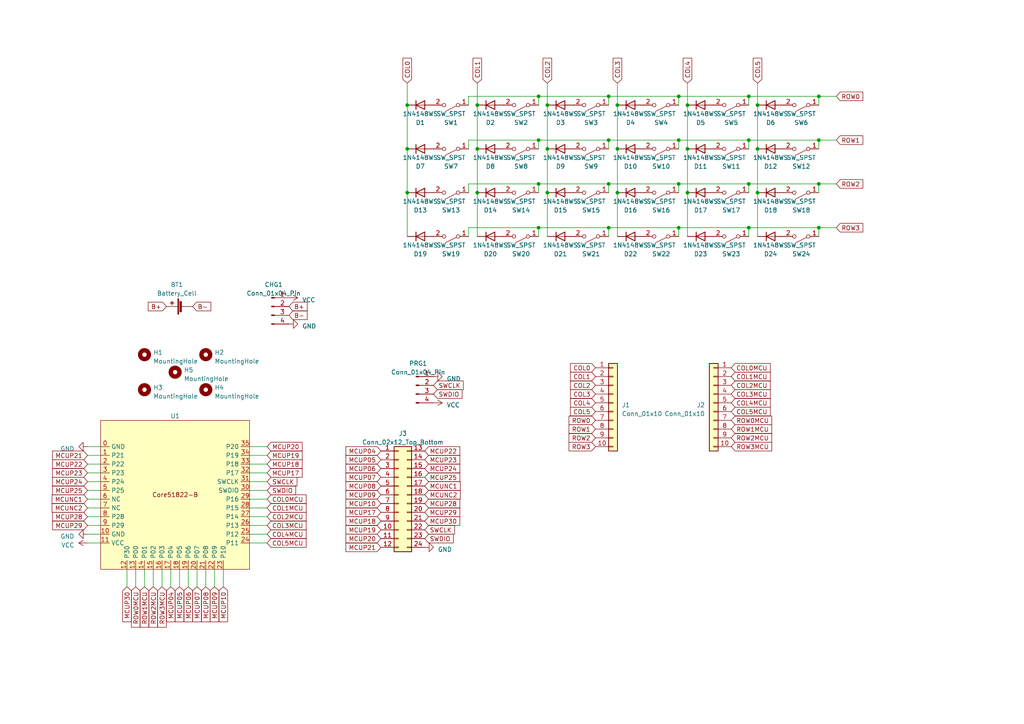
<source format=kicad_sch>
(kicad_sch (version 20230121) (generator eeschema)
  (paper "A4")
  (lib_symbols
    (symbol "Connector:Conn_01x04_Pin" (pin_names (offset 1.016) hide)
      (property "Reference" "J" (at 0 5.08 0))
      (property "Value" "Conn_01x04_Pin" (at 0 -7.62 0))
      (symbol "Conn_01x04_Pin_1_1"
        (polyline (pts (xy 1.27 -5.08) (xy 0.8636 -5.08)) (stroke (width 0.1524)))
        (polyline (pts (xy 1.27 -2.54) (xy 0.8636 -2.54)) (stroke (width 0.1524)))
        (polyline (pts (xy 1.27 0) (xy 0.8636 0)) (stroke (width 0.1524)))
        (polyline (pts (xy 1.27 2.54) (xy 0.8636 2.54)) (stroke (width 0.1524)))
        (rectangle (start 0.8636 -4.953) (end 0 -5.207) (stroke (width 0.1524)) (fill (type outline)))
        (rectangle (start 0.8636 -2.413) (end 0 -2.667) (stroke (width 0.1524)) (fill (type outline)))
        (rectangle (start 0.8636 0.127) (end 0 -0.127) (stroke (width 0.1524)) (fill (type outline)))
        (rectangle (start 0.8636 2.667) (end 0 2.413) (stroke (width 0.1524)) (fill (type outline)))
        (pin passive line (at 5.08 2.54 180) (length 3.81) (name "Pin_1") (number "1"))
        (pin passive line (at 5.08 0 180) (length 3.81) (name "Pin_2") (number "2"))
        (pin passive line (at 5.08 -2.54 180) (length 3.81) (name "Pin_3") (number "3"))
        (pin passive line (at 5.08 -5.08 180) (length 3.81) (name "Pin_4") (number "4"))
      )
    )
    (symbol "Connector_Generic:Conn_01x10" (pin_names (offset 1.016) hide)
      (property "Reference" "J" (at 0 12.7 0))
      (property "Value" "Conn_01x10" (at 0 -15.24 0))
      (symbol "Conn_01x10_1_1"
        (rectangle (start -1.27 -12.573) (end 0 -12.827) (stroke (width 0.1524)))
        (rectangle (start -1.27 -10.033) (end 0 -10.287) (stroke (width 0.1524)))
        (rectangle (start -1.27 -7.493) (end 0 -7.747) (stroke (width 0.1524)))
        (rectangle (start -1.27 -4.953) (end 0 -5.207) (stroke (width 0.1524)))
        (rectangle (start -1.27 -2.413) (end 0 -2.667) (stroke (width 0.1524)))
        (rectangle (start -1.27 0.127) (end 0 -0.127) (stroke (width 0.1524)))
        (rectangle (start -1.27 2.667) (end 0 2.413) (stroke (width 0.1524)))
        (rectangle (start -1.27 5.207) (end 0 4.953) (stroke (width 0.1524)))
        (rectangle (start -1.27 7.747) (end 0 7.493) (stroke (width 0.1524)))
        (rectangle (start -1.27 10.287) (end 0 10.033) (stroke (width 0.1524)))
        (rectangle (start -1.27 11.43) (end 1.27 -13.97) (stroke (width 0.254)) (fill (type background)))
        (pin passive line (at -5.08 10.16 0) (length 3.81) (name "Pin_1") (number "1"))
        (pin passive line (at -5.08 -12.7 0) (length 3.81) (name "Pin_10") (number "10"))
        (pin passive line (at -5.08 7.62 0) (length 3.81) (name "Pin_2") (number "2"))
        (pin passive line (at -5.08 5.08 0) (length 3.81) (name "Pin_3") (number "3"))
        (pin passive line (at -5.08 2.54 0) (length 3.81) (name "Pin_4") (number "4"))
        (pin passive line (at -5.08 0 0) (length 3.81) (name "Pin_5") (number "5"))
        (pin passive line (at -5.08 -2.54 0) (length 3.81) (name "Pin_6") (number "6"))
        (pin passive line (at -5.08 -5.08 0) (length 3.81) (name "Pin_7") (number "7"))
        (pin passive line (at -5.08 -7.62 0) (length 3.81) (name "Pin_8") (number "8"))
        (pin passive line (at -5.08 -10.16 0) (length 3.81) (name "Pin_9") (number "9"))
      )
    )
    (symbol "Connector_Generic:Conn_02x12_Top_Bottom" (pin_names (offset 1.016) hide)
      (property "Reference" "J" (at 1.27 15.24 0))
      (property "Value" "Conn_02x12_Top_Bottom" (at 1.27 -17.78 0))
      (symbol "Conn_02x12_Top_Bottom_1_1"
        (rectangle (start -1.27 -15.113) (end 0 -15.367) (stroke (width 0.1524)))
        (rectangle (start -1.27 -12.573) (end 0 -12.827) (stroke (width 0.1524)))
        (rectangle (start -1.27 -10.033) (end 0 -10.287) (stroke (width 0.1524)))
        (rectangle (start -1.27 -7.493) (end 0 -7.747) (stroke (width 0.1524)))
        (rectangle (start -1.27 -4.953) (end 0 -5.207) (stroke (width 0.1524)))
        (rectangle (start -1.27 -2.413) (end 0 -2.667) (stroke (width 0.1524)))
        (rectangle (start -1.27 0.127) (end 0 -0.127) (stroke (width 0.1524)))
        (rectangle (start -1.27 2.667) (end 0 2.413) (stroke (width 0.1524)))
        (rectangle (start -1.27 5.207) (end 0 4.953) (stroke (width 0.1524)))
        (rectangle (start -1.27 7.747) (end 0 7.493) (stroke (width 0.1524)))
        (rectangle (start -1.27 10.287) (end 0 10.033) (stroke (width 0.1524)))
        (rectangle (start -1.27 12.827) (end 0 12.573) (stroke (width 0.1524)))
        (rectangle (start -1.27 13.97) (end 3.81 -16.51) (stroke (width 0.254)) (fill (type background)))
        (rectangle (start 3.81 -15.113) (end 2.54 -15.367) (stroke (width 0.1524)))
        (rectangle (start 3.81 -12.573) (end 2.54 -12.827) (stroke (width 0.1524)))
        (rectangle (start 3.81 -10.033) (end 2.54 -10.287) (stroke (width 0.1524)))
        (rectangle (start 3.81 -7.493) (end 2.54 -7.747) (stroke (width 0.1524)))
        (rectangle (start 3.81 -4.953) (end 2.54 -5.207) (stroke (width 0.1524)))
        (rectangle (start 3.81 -2.413) (end 2.54 -2.667) (stroke (width 0.1524)))
        (rectangle (start 3.81 0.127) (end 2.54 -0.127) (stroke (width 0.1524)))
        (rectangle (start 3.81 2.667) (end 2.54 2.413) (stroke (width 0.1524)))
        (rectangle (start 3.81 5.207) (end 2.54 4.953) (stroke (width 0.1524)))
        (rectangle (start 3.81 7.747) (end 2.54 7.493) (stroke (width 0.1524)))
        (rectangle (start 3.81 10.287) (end 2.54 10.033) (stroke (width 0.1524)))
        (rectangle (start 3.81 12.827) (end 2.54 12.573) (stroke (width 0.1524)))
        (pin passive line (at -5.08 12.7 0) (length 3.81) (name "Pin_1") (number "1"))
        (pin passive line (at -5.08 -10.16 0) (length 3.81) (name "Pin_10") (number "10"))
        (pin passive line (at -5.08 -12.7 0) (length 3.81) (name "Pin_11") (number "11"))
        (pin passive line (at -5.08 -15.24 0) (length 3.81) (name "Pin_12") (number "12"))
        (pin passive line (at 7.62 12.7 180) (length 3.81) (name "Pin_13") (number "13"))
        (pin passive line (at 7.62 10.16 180) (length 3.81) (name "Pin_14") (number "14"))
        (pin passive line (at 7.62 7.62 180) (length 3.81) (name "Pin_15") (number "15"))
        (pin passive line (at 7.62 5.08 180) (length 3.81) (name "Pin_16") (number "16"))
        (pin passive line (at 7.62 2.54 180) (length 3.81) (name "Pin_17") (number "17"))
        (pin passive line (at 7.62 0 180) (length 3.81) (name "Pin_18") (number "18"))
        (pin passive line (at 7.62 -2.54 180) (length 3.81) (name "Pin_19") (number "19"))
        (pin passive line (at -5.08 10.16 0) (length 3.81) (name "Pin_2") (number "2"))
        (pin passive line (at 7.62 -5.08 180) (length 3.81) (name "Pin_20") (number "20"))
        (pin passive line (at 7.62 -7.62 180) (length 3.81) (name "Pin_21") (number "21"))
        (pin passive line (at 7.62 -10.16 180) (length 3.81) (name "Pin_22") (number "22"))
        (pin passive line (at 7.62 -12.7 180) (length 3.81) (name "Pin_23") (number "23"))
        (pin passive line (at 7.62 -15.24 180) (length 3.81) (name "Pin_24") (number "24"))
        (pin passive line (at -5.08 7.62 0) (length 3.81) (name "Pin_3") (number "3"))
        (pin passive line (at -5.08 5.08 0) (length 3.81) (name "Pin_4") (number "4"))
        (pin passive line (at -5.08 2.54 0) (length 3.81) (name "Pin_5") (number "5"))
        (pin passive line (at -5.08 0 0) (length 3.81) (name "Pin_6") (number "6"))
        (pin passive line (at -5.08 -2.54 0) (length 3.81) (name "Pin_7") (number "7"))
        (pin passive line (at -5.08 -5.08 0) (length 3.81) (name "Pin_8") (number "8"))
        (pin passive line (at -5.08 -7.62 0) (length 3.81) (name "Pin_9") (number "9"))
      )
    )
    (symbol "Device:Battery_Cell" (pin_numbers hide) (pin_names (offset 0) hide)
      (property "Reference" "BT" (at 2.54 2.54 0))
      (property "Value" "Battery_Cell" (at 2.54 0 0))
      (symbol "Battery_Cell_0_1"
        (rectangle (start -2.286 1.778) (end 2.286 1.524) (fill (type outline)))
        (rectangle (start -1.5748 1.1938) (end 1.4732 0.6858) (fill (type outline)))
        (polyline (pts (xy 0 0.762) (xy 0 0)))
        (polyline (pts (xy 0 1.778) (xy 0 2.54)))
        (polyline (pts (xy 0.508 3.429) (xy 1.524 3.429)) (stroke (width 0.254)))
        (polyline (pts (xy 1.016 3.937) (xy 1.016 2.921)) (stroke (width 0.254)))
      )
      (symbol "Battery_Cell_1_1"
        (pin passive line (at 0 5.08 270) (length 2.54) (name "+") (number "1"))
        (pin passive line (at 0 -2.54 90) (length 2.54) (name "-") (number "2"))
      )
    )
    (symbol "Diode:1N4148WS" (pin_numbers hide) (pin_names hide)
      (property "Reference" "D" (at 0 2.54 0))
      (property "Value" "1N4148WS" (at 0 -2.54 0))
      (symbol "1N4148WS_0_1"
        (polyline (pts (xy -1.27 1.27) (xy -1.27 -1.27)) (stroke (width 0.254)))
        (polyline (pts (xy 1.27 0) (xy -1.27 0)))
        (polyline (pts (xy 1.27 1.27) (xy 1.27 -1.27) (xy -1.27 0) (xy 1.27 1.27)) (stroke (width 0.254)))
      )
      (symbol "1N4148WS_1_1"
        (pin passive line (at -3.81 0 0) (length 2.54) (name "K") (number "1"))
        (pin passive line (at 3.81 0 180) (length 2.54) (name "A") (number "2"))
      )
    )
    (symbol "Mechanical:MountingHole" (pin_names (offset 1.016))
      (property "Reference" "H" (at 0 5.08 0))
      (property "Value" "MountingHole" (at 0 3.175 0))
      (symbol "MountingHole_0_1"
        (circle (center 0 0) (radius 1.27) (stroke (width 1.27)))
      )
    )
    (symbol "Switch:SW_SPST" (pin_names (offset 0) hide)
      (property "Reference" "SW" (at 0 3.175 0))
      (property "Value" "SW_SPST" (at 0 -2.54 0))
      (symbol "SW_SPST_0_0"
        (circle (center -2.032 0) (radius 0.508))
        (polyline (pts (xy -1.524 0.254) (xy 1.524 1.778)))
        (circle (center 2.032 0) (radius 0.508))
      )
      (symbol "SW_SPST_1_1"
        (pin passive line (at -5.08 0 0) (length 2.54) (name "A") (number "1"))
        (pin passive line (at 5.08 0 180) (length 2.54) (name "B") (number "2"))
      )
    )
    (symbol "devboards:core51822-b"
      (property "Reference" "U" (at 0 0 0))
      (symbol "core51822-b_1_1"
        (rectangle (start -8.89 90.17) (end 34.29 46.99) (fill (type background)))
        (text "Core51822-B" (at 12.7 68.58 0) (effects (font (size 1.27 1.27))))
        (pin bidirectional line (at -8.89 82.55 0) (length 2.54) (name "GND") (number "0"))
        (pin bidirectional line (at -8.89 80.01 0) (length 2.54) (name "P21") (number "1"))
        (pin bidirectional line (at -8.89 57.15 0) (length 2.54) (name "GND") (number "10"))
        (pin bidirectional line (at -8.89 54.61 0) (length 2.54) (name "VCC") (number "11"))
        (pin bidirectional line (at -1.27 46.99 90) (length 2.54) (name "P30") (number "12"))
        (pin bidirectional line (at 1.27 46.99 90) (length 2.54) (name "P00") (number "13"))
        (pin bidirectional line (at 3.81 46.99 90) (length 2.54) (name "P01") (number "14"))
        (pin bidirectional line (at 6.35 46.99 90) (length 2.54) (name "P02") (number "15"))
        (pin bidirectional line (at 8.89 46.99 90) (length 2.54) (name "P03") (number "16"))
        (pin bidirectional line (at 11.43 46.99 90) (length 2.54) (name "P04") (number "17"))
        (pin bidirectional line (at 13.97 46.99 90) (length 2.54) (name "P05") (number "18"))
        (pin bidirectional line (at 16.51 46.99 90) (length 2.54) (name "P06") (number "19"))
        (pin bidirectional line (at -8.89 77.47 0) (length 2.54) (name "P22") (number "2"))
        (pin bidirectional line (at 19.05 46.99 90) (length 2.54) (name "P07") (number "20"))
        (pin bidirectional line (at 21.59 46.99 90) (length 2.54) (name "P08") (number "21"))
        (pin bidirectional line (at 24.13 46.99 90) (length 2.54) (name "P09") (number "22"))
        (pin bidirectional line (at 26.67 46.99 90) (length 2.54) (name "P10") (number "23"))
        (pin bidirectional line (at 34.29 54.61 180) (length 2.54) (name "P11") (number "24"))
        (pin bidirectional line (at 34.29 57.15 180) (length 2.54) (name "P12") (number "25"))
        (pin bidirectional line (at 34.29 59.69 180) (length 2.54) (name "P13") (number "26"))
        (pin bidirectional line (at 34.29 62.23 180) (length 2.54) (name "P14") (number "27"))
        (pin bidirectional line (at 34.29 64.77 180) (length 2.54) (name "P15") (number "28"))
        (pin bidirectional line (at 34.29 67.31 180) (length 2.54) (name "P16") (number "29"))
        (pin bidirectional line (at -8.89 74.93 0) (length 2.54) (name "P23") (number "3"))
        (pin bidirectional line (at 34.29 69.85 180) (length 2.54) (name "SWDIO") (number "30"))
        (pin bidirectional line (at 34.29 72.39 180) (length 2.54) (name "SWCLK") (number "31"))
        (pin bidirectional line (at 34.29 74.93 180) (length 2.54) (name "P17") (number "32"))
        (pin bidirectional line (at 34.29 77.47 180) (length 2.54) (name "P18") (number "33"))
        (pin bidirectional line (at 34.29 80.01 180) (length 2.54) (name "P19") (number "34"))
        (pin bidirectional line (at 34.29 82.55 180) (length 2.54) (name "P20") (number "35"))
        (pin bidirectional line (at -8.89 72.39 0) (length 2.54) (name "P24") (number "4"))
        (pin bidirectional line (at -8.89 69.85 0) (length 2.54) (name "P25") (number "5"))
        (pin bidirectional line (at -8.89 67.31 0) (length 2.54) (name "NC") (number "6"))
        (pin bidirectional line (at -8.89 64.77 0) (length 2.54) (name "NC") (number "7"))
        (pin bidirectional line (at -8.89 62.23 0) (length 2.54) (name "P28") (number "8"))
        (pin bidirectional line (at -8.89 59.69 0) (length 2.54) (name "P29") (number "9"))
      )
    )
    (symbol "power:GND" (power) (pin_names (offset 0))
      (property "Value" "GND" (at 0 -3.81 0))
      (symbol "GND_0_1"
        (polyline (pts (xy 0 0) (xy 0 -1.27) (xy 1.27 -1.27) (xy 0 -2.54) (xy -1.27 -1.27) (xy 0 -1.27)))
      )
      (symbol "GND_1_1"
        (pin power_in line (at 0 0 270) (length 0) hide (name "GND") (number "1"))
      )
    )
    (symbol "power:VCC" (power) (pin_names (offset 0))
      (property "Value" "VCC" (at 0 3.81 0))
      (symbol "VCC_0_1"
        (polyline (pts (xy -0.762 1.27) (xy 0 2.54)))
        (polyline (pts (xy 0 0) (xy 0 2.54)))
        (polyline (pts (xy 0 2.54) (xy 0.762 1.27)))
      )
      (symbol "VCC_1_1"
        (pin power_in line (at 0 0 90) (length 0) hide (name "VCC") (number "1"))
      )
    )
  )
  (junction (at 196.85 53.34))
  (junction (at 179.07 55.88))
  (junction (at 217.17 53.34))
  (junction (at 176.53 66.04))
  (junction (at 199.39 30.48))
  (junction (at 196.85 27.94))
  (junction (at 156.21 66.04))
  (junction (at 196.85 40.64))
  (junction (at 156.21 40.64))
  (junction (at 217.17 27.94))
  (junction (at 199.39 43.18))
  (junction (at 176.53 53.34))
  (junction (at 118.11 30.48))
  (junction (at 179.07 43.18))
  (junction (at 219.71 30.48))
  (junction (at 118.11 43.18))
  (junction (at 118.11 55.88))
  (junction (at 138.43 30.48))
  (junction (at 138.43 43.18))
  (junction (at 158.75 55.88))
  (junction (at 179.07 30.48))
  (junction (at 217.17 66.04))
  (junction (at 219.71 55.88))
  (junction (at 237.49 53.34))
  (junction (at 237.49 27.94))
  (junction (at 138.43 55.88))
  (junction (at 237.49 66.04))
  (junction (at 158.75 43.18))
  (junction (at 217.17 40.64))
  (junction (at 199.39 55.88))
  (junction (at 219.71 43.18))
  (junction (at 158.75 30.48))
  (junction (at 156.21 27.94))
  (junction (at 176.53 40.64))
  (junction (at 176.53 27.94))
  (junction (at 237.49 40.64))
  (junction (at 156.21 53.34))
  (junction (at 196.85 66.04))
  (wire (pts (xy 72.39 152.4) (xy 77.47 152.4)))
  (wire (pts (xy 237.49 40.64) (xy 217.17 40.64)))
  (wire (pts (xy 39.37 170.18) (xy 39.37 165.1)))
  (wire (pts (xy 156.21 27.94) (xy 135.89 27.94)))
  (wire (pts (xy 217.17 53.34) (xy 217.17 55.88)))
  (wire (pts (xy 57.15 170.18) (xy 57.15 165.1)))
  (wire (pts (xy 199.39 24.13) (xy 199.39 30.48)))
  (wire (pts (xy 135.89 40.64) (xy 135.89 43.18)))
  (wire (pts (xy 158.75 68.58) (xy 158.75 55.88)))
  (wire (pts (xy 77.47 132.08) (xy 72.39 132.08)))
  (wire (pts (xy 25.4 139.7) (xy 29.21 139.7)))
  (wire (pts (xy 62.23 170.18) (xy 62.23 165.1)))
  (wire (pts (xy 176.53 66.04) (xy 176.53 68.58)))
  (wire (pts (xy 196.85 27.94) (xy 176.53 27.94)))
  (wire (pts (xy 237.49 53.34) (xy 217.17 53.34)))
  (wire (pts (xy 118.11 68.58) (xy 118.11 55.88)))
  (wire (pts (xy 52.07 170.18) (xy 52.07 165.1)))
  (wire (pts (xy 64.77 170.18) (xy 64.77 165.1)))
  (wire (pts (xy 196.85 40.64) (xy 176.53 40.64)))
  (wire (pts (xy 77.47 139.7) (xy 72.39 139.7)))
  (wire (pts (xy 196.85 40.64) (xy 196.85 43.18)))
  (wire (pts (xy 36.83 170.18) (xy 36.83 165.1)))
  (wire (pts (xy 25.4 142.24) (xy 29.21 142.24)))
  (wire (pts (xy 44.45 170.18) (xy 44.45 165.1)))
  (wire (pts (xy 156.21 53.34) (xy 135.89 53.34)))
  (wire (pts (xy 237.49 66.04) (xy 237.49 68.58)))
  (wire (pts (xy 242.57 40.64) (xy 237.49 40.64)))
  (wire (pts (xy 242.57 53.34) (xy 237.49 53.34)))
  (wire (pts (xy 72.39 157.48) (xy 77.47 157.48)))
  (wire (pts (xy 135.89 53.34) (xy 135.89 55.88)))
  (wire (pts (xy 176.53 53.34) (xy 176.53 55.88)))
  (wire (pts (xy 219.71 68.58) (xy 219.71 55.88)))
  (wire (pts (xy 196.85 53.34) (xy 196.85 55.88)))
  (wire (pts (xy 217.17 53.34) (xy 196.85 53.34)))
  (wire (pts (xy 156.21 66.04) (xy 156.21 68.58)))
  (wire (pts (xy 118.11 55.88) (xy 118.11 43.18)))
  (wire (pts (xy 237.49 53.34) (xy 237.49 55.88)))
  (wire (pts (xy 138.43 24.13) (xy 138.43 30.48)))
  (wire (pts (xy 217.17 40.64) (xy 196.85 40.64)))
  (wire (pts (xy 138.43 68.58) (xy 138.43 55.88)))
  (wire (pts (xy 217.17 27.94) (xy 196.85 27.94)))
  (wire (pts (xy 237.49 66.04) (xy 217.17 66.04)))
  (wire (pts (xy 217.17 27.94) (xy 217.17 30.48)))
  (wire (pts (xy 176.53 66.04) (xy 156.21 66.04)))
  (wire (pts (xy 237.49 40.64) (xy 237.49 43.18)))
  (wire (pts (xy 49.53 170.18) (xy 49.53 165.1)))
  (wire (pts (xy 72.39 144.78) (xy 77.47 144.78)))
  (wire (pts (xy 54.61 170.18) (xy 54.61 165.1)))
  (wire (pts (xy 196.85 27.94) (xy 196.85 30.48)))
  (wire (pts (xy 72.39 147.32) (xy 77.47 147.32)))
  (wire (pts (xy 25.4 144.78) (xy 29.21 144.78)))
  (wire (pts (xy 118.11 24.13) (xy 118.11 30.48)))
  (wire (pts (xy 176.53 40.64) (xy 176.53 43.18)))
  (wire (pts (xy 25.4 129.54) (xy 29.21 129.54)))
  (wire (pts (xy 156.21 53.34) (xy 156.21 55.88)))
  (wire (pts (xy 176.53 40.64) (xy 156.21 40.64)))
  (wire (pts (xy 158.75 43.18) (xy 158.75 30.48)))
  (wire (pts (xy 196.85 66.04) (xy 196.85 68.58)))
  (wire (pts (xy 138.43 55.88) (xy 138.43 43.18)))
  (wire (pts (xy 176.53 27.94) (xy 176.53 30.48)))
  (wire (pts (xy 217.17 66.04) (xy 217.17 68.58)))
  (wire (pts (xy 118.11 43.18) (xy 118.11 30.48)))
  (wire (pts (xy 25.4 132.08) (xy 29.21 132.08)))
  (wire (pts (xy 25.4 152.4) (xy 29.21 152.4)))
  (wire (pts (xy 217.17 66.04) (xy 196.85 66.04)))
  (wire (pts (xy 156.21 40.64) (xy 135.89 40.64)))
  (wire (pts (xy 219.71 43.18) (xy 219.71 30.48)))
  (wire (pts (xy 41.91 170.18) (xy 41.91 165.1)))
  (wire (pts (xy 158.75 55.88) (xy 158.75 43.18)))
  (wire (pts (xy 77.47 129.54) (xy 72.39 129.54)))
  (wire (pts (xy 196.85 66.04) (xy 176.53 66.04)))
  (wire (pts (xy 25.4 154.94) (xy 29.21 154.94)))
  (wire (pts (xy 179.07 68.58) (xy 179.07 55.88)))
  (wire (pts (xy 72.39 154.94) (xy 77.47 154.94)))
  (wire (pts (xy 46.99 170.18) (xy 46.99 165.1)))
  (wire (pts (xy 156.21 66.04) (xy 135.89 66.04)))
  (wire (pts (xy 77.47 134.62) (xy 72.39 134.62)))
  (wire (pts (xy 199.39 68.58) (xy 199.39 55.88)))
  (wire (pts (xy 25.4 157.48) (xy 29.21 157.48)))
  (wire (pts (xy 25.4 149.86) (xy 29.21 149.86)))
  (wire (pts (xy 219.71 24.13) (xy 219.71 30.48)))
  (wire (pts (xy 179.07 55.88) (xy 179.07 43.18)))
  (wire (pts (xy 138.43 43.18) (xy 138.43 30.48)))
  (wire (pts (xy 25.4 147.32) (xy 29.21 147.32)))
  (wire (pts (xy 242.57 66.04) (xy 237.49 66.04)))
  (wire (pts (xy 179.07 24.13) (xy 179.07 30.48)))
  (wire (pts (xy 242.57 27.94) (xy 237.49 27.94)))
  (wire (pts (xy 176.53 27.94) (xy 156.21 27.94)))
  (wire (pts (xy 176.53 53.34) (xy 156.21 53.34)))
  (wire (pts (xy 72.39 142.24) (xy 77.47 142.24)))
  (wire (pts (xy 199.39 43.18) (xy 199.39 30.48)))
  (wire (pts (xy 25.4 134.62) (xy 29.21 134.62)))
  (wire (pts (xy 59.69 170.18) (xy 59.69 165.1)))
  (wire (pts (xy 77.47 137.16) (xy 72.39 137.16)))
  (wire (pts (xy 179.07 43.18) (xy 179.07 30.48)))
  (wire (pts (xy 217.17 40.64) (xy 217.17 43.18)))
  (wire (pts (xy 237.49 27.94) (xy 237.49 30.48)))
  (wire (pts (xy 156.21 27.94) (xy 156.21 30.48)))
  (wire (pts (xy 158.75 24.13) (xy 158.75 30.48)))
  (wire (pts (xy 237.49 27.94) (xy 217.17 27.94)))
  (wire (pts (xy 72.39 149.86) (xy 77.47 149.86)))
  (wire (pts (xy 135.89 66.04) (xy 135.89 68.58)))
  (wire (pts (xy 219.71 55.88) (xy 219.71 43.18)))
  (wire (pts (xy 196.85 53.34) (xy 176.53 53.34)))
  (wire (pts (xy 135.89 27.94) (xy 135.89 30.48)))
  (wire (pts (xy 156.21 40.64) (xy 156.21 43.18)))
  (wire (pts (xy 199.39 55.88) (xy 199.39 43.18)))
  (wire (pts (xy 25.4 137.16) (xy 29.21 137.16)))
  (global_label "COL4MCU" (shape input) (at 212.09 116.84 0) (property "Intersheetrefs" "${INTERSHEET_REFS}" (effects hide)))
  (global_label "COL5" (shape input) (at 172.72 119.38 180) (property "Intersheetrefs" "${INTERSHEET_REFS}" (effects hide)))
  (global_label "MCUP10" (shape input) (at 64.77 170.18 270) (property "Intersheetrefs" "${INTERSHEET_REFS}" (effects hide)))
  (global_label "COL0" (shape input) (at 118.11 24.13 90) (property "Intersheetrefs" "${INTERSHEET_REFS}" (effects hide)))
  (global_label "COL4" (shape input) (at 172.72 116.84 180) (property "Intersheetrefs" "${INTERSHEET_REFS}" (effects hide)))
  (global_label "SWCLK" (shape input) (at 125.73 111.76 0) (property "Intersheetrefs" "${INTERSHEET_REFS}" (effects hide)))
  (global_label "ROW1MCU" (shape input) (at 41.91 170.18 270) (property "Intersheetrefs" "${INTERSHEET_REFS}" (effects hide)))
  (global_label "COL0MCU" (shape input) (at 77.47 144.78 0) (property "Intersheetrefs" "${INTERSHEET_REFS}" (effects hide)))
  (global_label "COL4MCU" (shape input) (at 77.47 154.94 0) (property "Intersheetrefs" "${INTERSHEET_REFS}" (effects hide)))
  (global_label "MCUP05" (shape input) (at 110.49 133.35 180) (property "Intersheetrefs" "${INTERSHEET_REFS}" (effects hide)))
  (global_label "ROW3MCU" (shape input) (at 46.99 170.18 270) (property "Intersheetrefs" "${INTERSHEET_REFS}" (effects hide)))
  (global_label "MCUP18" (shape input) (at 77.47 134.62 0) (property "Intersheetrefs" "${INTERSHEET_REFS}" (effects hide)))
  (global_label "MCUP06" (shape input) (at 110.49 135.89 180) (property "Intersheetrefs" "${INTERSHEET_REFS}" (effects hide)))
  (global_label "MCUP30" (shape input) (at 36.83 170.18 270) (property "Intersheetrefs" "${INTERSHEET_REFS}" (effects hide)))
  (global_label "SWDIO" (shape input) (at 123.19 156.21 0) (property "Intersheetrefs" "${INTERSHEET_REFS}" (effects hide)))
  (global_label "COL5" (shape input) (at 219.71 24.13 90) (property "Intersheetrefs" "${INTERSHEET_REFS}" (effects hide)))
  (global_label "MCUP23" (shape input) (at 123.19 133.35 0) (property "Intersheetrefs" "${INTERSHEET_REFS}" (effects hide)))
  (global_label "MCUP18" (shape input) (at 110.49 151.13 180) (property "Intersheetrefs" "${INTERSHEET_REFS}" (effects hide)))
  (global_label "MCUP25" (shape input) (at 123.19 138.43 0) (property "Intersheetrefs" "${INTERSHEET_REFS}" (effects hide)))
  (global_label "COL0MCU" (shape input) (at 212.09 106.68 0) (property "Intersheetrefs" "${INTERSHEET_REFS}" (effects hide)))
  (global_label "ROW2" (shape input) (at 242.57 53.34 0) (property "Intersheetrefs" "${INTERSHEET_REFS}" (effects hide)))
  (global_label "SWCLK" (shape input) (at 123.19 153.67 0) (property "Intersheetrefs" "${INTERSHEET_REFS}" (effects hide)))
  (global_label "COL2" (shape input) (at 172.72 111.76 180) (property "Intersheetrefs" "${INTERSHEET_REFS}" (effects hide)))
  (global_label "COL2" (shape input) (at 158.75 24.13 90) (property "Intersheetrefs" "${INTERSHEET_REFS}" (effects hide)))
  (global_label "MCUP17" (shape input) (at 110.49 148.59 180) (property "Intersheetrefs" "${INTERSHEET_REFS}" (effects hide)))
  (global_label "MCUP22" (shape input) (at 25.4 134.62 180) (property "Intersheetrefs" "${INTERSHEET_REFS}" (effects hide)))
  (global_label "MCUP28" (shape input) (at 123.19 146.05 0) (property "Intersheetrefs" "${INTERSHEET_REFS}" (effects hide)))
  (global_label "SWDIO" (shape input) (at 77.47 142.24 0) (property "Intersheetrefs" "${INTERSHEET_REFS}" (effects hide)))
  (global_label "ROW0MCU" (shape input) (at 212.09 121.92 0) (property "Intersheetrefs" "${INTERSHEET_REFS}" (effects hide)))
  (global_label "MCUP28" (shape input) (at 25.4 149.86 180) (property "Intersheetrefs" "${INTERSHEET_REFS}" (effects hide)))
  (global_label "COL3" (shape input) (at 172.72 114.3 180) (property "Intersheetrefs" "${INTERSHEET_REFS}" (effects hide)))
  (global_label "COL4" (shape input) (at 199.39 24.13 90) (property "Intersheetrefs" "${INTERSHEET_REFS}" (effects hide)))
  (global_label "MCUP06" (shape input) (at 54.61 170.18 270) (property "Intersheetrefs" "${INTERSHEET_REFS}" (effects hide)))
  (global_label "MCUP17" (shape input) (at 77.47 137.16 0) (property "Intersheetrefs" "${INTERSHEET_REFS}" (effects hide)))
  (global_label "MCUNC1" (shape input) (at 25.4 144.78 180) (property "Intersheetrefs" "${INTERSHEET_REFS}" (effects hide)))
  (global_label "MCUP20" (shape input) (at 110.49 156.21 180) (property "Intersheetrefs" "${INTERSHEET_REFS}" (effects hide)))
  (global_label "MCUP09" (shape input) (at 110.49 143.51 180) (property "Intersheetrefs" "${INTERSHEET_REFS}" (effects hide)))
  (global_label "MCUNC2" (shape input) (at 25.4 147.32 180) (property "Intersheetrefs" "${INTERSHEET_REFS}" (effects hide)))
  (global_label "MCUP04" (shape input) (at 110.49 130.81 180) (property "Intersheetrefs" "${INTERSHEET_REFS}" (effects hide)))
  (global_label "ROW3" (shape input) (at 172.72 129.54 180) (property "Intersheetrefs" "${INTERSHEET_REFS}" (effects hide)))
  (global_label "MCUP10" (shape input) (at 110.49 146.05 180) (property "Intersheetrefs" "${INTERSHEET_REFS}" (effects hide)))
  (global_label "MCUP29" (shape input) (at 123.19 148.59 0) (property "Intersheetrefs" "${INTERSHEET_REFS}" (effects hide)))
  (global_label "MCUP23" (shape input) (at 25.4 137.16 180) (property "Intersheetrefs" "${INTERSHEET_REFS}" (effects hide)))
  (global_label "B+" (shape input) (at 83.82 88.9 0) (property "Intersheetrefs" "${INTERSHEET_REFS}" (effects hide)))
  (global_label "MCUP21" (shape input) (at 25.4 132.08 180) (property "Intersheetrefs" "${INTERSHEET_REFS}" (effects hide)))
  (global_label "ROW0" (shape input) (at 242.57 27.94 0) (property "Intersheetrefs" "${INTERSHEET_REFS}" (effects hide)))
  (global_label "MCUNC1" (shape input) (at 123.19 140.97 0) (property "Intersheetrefs" "${INTERSHEET_REFS}" (effects hide)))
  (global_label "ROW1MCU" (shape input) (at 212.09 124.46 0) (property "Intersheetrefs" "${INTERSHEET_REFS}" (effects hide)))
  (global_label "MCUP19" (shape input) (at 77.47 132.08 0) (property "Intersheetrefs" "${INTERSHEET_REFS}" (effects hide)))
  (global_label "COL3MCU" (shape input) (at 212.09 114.3 0) (property "Intersheetrefs" "${INTERSHEET_REFS}" (effects hide)))
  (global_label "COL3" (shape input) (at 179.07 24.13 90) (property "Intersheetrefs" "${INTERSHEET_REFS}" (effects hide)))
  (global_label "SWDIO" (shape input) (at 125.73 114.3 0) (property "Intersheetrefs" "${INTERSHEET_REFS}" (effects hide)))
  (global_label "MCUP19" (shape input) (at 110.49 153.67 180) (property "Intersheetrefs" "${INTERSHEET_REFS}" (effects hide)))
  (global_label "COL1MCU" (shape input) (at 77.47 147.32 0) (property "Intersheetrefs" "${INTERSHEET_REFS}" (effects hide)))
  (global_label "MCUP07" (shape input) (at 57.15 170.18 270) (property "Intersheetrefs" "${INTERSHEET_REFS}" (effects hide)))
  (global_label "MCUP09" (shape input) (at 62.23 170.18 270) (property "Intersheetrefs" "${INTERSHEET_REFS}" (effects hide)))
  (global_label "ROW1" (shape input) (at 242.57 40.64 0) (property "Intersheetrefs" "${INTERSHEET_REFS}" (effects hide)))
  (global_label "MCUP29" (shape input) (at 25.4 152.4 180) (property "Intersheetrefs" "${INTERSHEET_REFS}" (effects hide)))
  (global_label "MCUP08" (shape input) (at 59.69 170.18 270) (property "Intersheetrefs" "${INTERSHEET_REFS}" (effects hide)))
  (global_label "MCUP20" (shape input) (at 77.47 129.54 0) (property "Intersheetrefs" "${INTERSHEET_REFS}" (effects hide)))
  (global_label "MCUP22" (shape input) (at 123.19 130.81 0) (property "Intersheetrefs" "${INTERSHEET_REFS}" (effects hide)))
  (global_label "ROW3MCU" (shape input) (at 212.09 129.54 0) (property "Intersheetrefs" "${INTERSHEET_REFS}" (effects hide)))
  (global_label "ROW0" (shape input) (at 172.72 121.92 180) (property "Intersheetrefs" "${INTERSHEET_REFS}" (effects hide)))
  (global_label "MCUP07" (shape input) (at 110.49 138.43 180) (property "Intersheetrefs" "${INTERSHEET_REFS}" (effects hide)))
  (global_label "COL2MCU" (shape input) (at 77.47 149.86 0) (property "Intersheetrefs" "${INTERSHEET_REFS}" (effects hide)))
  (global_label "ROW2" (shape input) (at 172.72 127 180) (property "Intersheetrefs" "${INTERSHEET_REFS}" (effects hide)))
  (global_label "COL5MCU" (shape input) (at 77.47 157.48 0) (property "Intersheetrefs" "${INTERSHEET_REFS}" (effects hide)))
  (global_label "MCUP21" (shape input) (at 110.49 158.75 180) (property "Intersheetrefs" "${INTERSHEET_REFS}" (effects hide)))
  (global_label "B-" (shape input) (at 55.88 88.9 0) (property "Intersheetrefs" "${INTERSHEET_REFS}" (effects hide)))
  (global_label "COL0" (shape input) (at 172.72 106.68 180) (property "Intersheetrefs" "${INTERSHEET_REFS}" (effects hide)))
  (global_label "COL1" (shape input) (at 138.43 24.13 90) (property "Intersheetrefs" "${INTERSHEET_REFS}" (effects hide)))
  (global_label "MCUP05" (shape input) (at 52.07 170.18 270) (property "Intersheetrefs" "${INTERSHEET_REFS}" (effects hide)))
  (global_label "MCUP24" (shape input) (at 123.19 135.89 0) (property "Intersheetrefs" "${INTERSHEET_REFS}" (effects hide)))
  (global_label "MCUP25" (shape input) (at 25.4 142.24 180) (property "Intersheetrefs" "${INTERSHEET_REFS}" (effects hide)))
  (global_label "B+" (shape input) (at 48.26 88.9 180) (property "Intersheetrefs" "${INTERSHEET_REFS}" (effects hide)))
  (global_label "ROW1" (shape input) (at 172.72 124.46 180) (property "Intersheetrefs" "${INTERSHEET_REFS}" (effects hide)))
  (global_label "COL5MCU" (shape input) (at 212.09 119.38 0) (property "Intersheetrefs" "${INTERSHEET_REFS}" (effects hide)))
  (global_label "ROW2MCU" (shape input) (at 212.09 127 0) (property "Intersheetrefs" "${INTERSHEET_REFS}" (effects hide)))
  (global_label "MCUP24" (shape input) (at 25.4 139.7 180) (property "Intersheetrefs" "${INTERSHEET_REFS}" (effects hide)))
  (global_label "MCUP04" (shape input) (at 49.53 170.18 270) (property "Intersheetrefs" "${INTERSHEET_REFS}" (effects hide)))
  (global_label "MCUP30" (shape input) (at 123.19 151.13 0) (property "Intersheetrefs" "${INTERSHEET_REFS}" (effects hide)))
  (global_label "MCUNC2" (shape input) (at 123.19 143.51 0) (property "Intersheetrefs" "${INTERSHEET_REFS}" (effects hide)))
  (global_label "SWCLK" (shape input) (at 77.47 139.7 0) (property "Intersheetrefs" "${INTERSHEET_REFS}" (effects hide)))
  (global_label "ROW3" (shape input) (at 242.57 66.04 0) (property "Intersheetrefs" "${INTERSHEET_REFS}" (effects hide)))
  (global_label "B-" (shape input) (at 83.82 91.44 0) (property "Intersheetrefs" "${INTERSHEET_REFS}" (effects hide)))
  (global_label "COL3MCU" (shape input) (at 77.47 152.4 0) (property "Intersheetrefs" "${INTERSHEET_REFS}" (effects hide)))
  (global_label "MCUP08" (shape input) (at 110.49 140.97 180) (property "Intersheetrefs" "${INTERSHEET_REFS}" (effects hide)))
  (global_label "ROW2MCU" (shape input) (at 44.45 170.18 270) (property "Intersheetrefs" "${INTERSHEET_REFS}" (effects hide)))
  (global_label "COL2MCU" (shape input) (at 212.09 111.76 0) (property "Intersheetrefs" "${INTERSHEET_REFS}" (effects hide)))
  (global_label "COL1" (shape input) (at 172.72 109.22 180) (property "Intersheetrefs" "${INTERSHEET_REFS}" (effects hide)))
  (global_label "ROW0MCU" (shape input) (at 39.37 170.18 270) (property "Intersheetrefs" "${INTERSHEET_REFS}" (effects hide)))
  (global_label "COL1MCU" (shape input) (at 212.09 109.22 0) (property "Intersheetrefs" "${INTERSHEET_REFS}" (effects hide)))
  (symbol (lib_id "Diode:1N4148WS") (at 223.52 68.58 0) (unit 1)
    (property "Reference" "D24" (at 223.52 73.66 0))
    (property "Value" "1N4148WS" (at 223.52 71.12 0))
    (property "Footprint" "Diode_SMD:D_SOD-323" (effects hide))
    (property "Datasheet" "https://www.vishay.com/docs/85751/1n4148ws.pdf" (effects hide))
    (property "Sim.Device" "D" (effects hide))
    (property "Sim.Pins" "1=K 2=A" (effects hide))
  )
  (symbol (lib_id "devboards:core51822-b") (at 38.1 212.09 0) (unit 1)
    (property "Reference" "U1" (at 50.8 120.65 0))
    (property "Value" "~" (at 38.1 212.09 0))
    (property "Footprint" "devboards:core51822-b" (effects hide))
  )
  (symbol (lib_id "power:GND") (at 25.4 154.94 270) (unit 1)
    (property "Reference" "#PWR02" (effects hide))
    (property "Value" "GND" (at 21.59 155.575 90) (effects (justify right)))
  )
  (symbol (lib_id "Switch:SW_SPST") (at 171.45 30.48 180) (unit 1)
    (property "Reference" "SW3" (at 171.45 35.56 0))
    (property "Value" "SW_SPST" (at 171.45 33.02 0))
    (property "Footprint" "keyswitches.pretty-master:Kailh_socket_MX" (effects hide))
  )
  (symbol (lib_id "Connector:Conn_01x04_Pin") (at 78.74 88.9 0) (unit 1)
    (property "Reference" "CHG1" (at 79.375 82.55 0))
    (property "Value" "Conn_01x04_Pin" (at 79.375 85.09 0))
    (property "Footprint" "Connector_PinHeader_2.54mm:PinHeader_1x04_P2.54mm_Vertical" (effects hide))
  )
  (symbol (lib_id "Switch:SW_SPST") (at 191.77 30.48 180) (unit 1)
    (property "Reference" "SW4" (at 191.77 35.56 0))
    (property "Value" "SW_SPST" (at 191.77 33.02 0))
    (property "Footprint" "keyswitches.pretty-master:Kailh_socket_MX" (effects hide))
  )
  (symbol (lib_id "Diode:1N4148WS") (at 142.24 68.58 0) (unit 1)
    (property "Reference" "D20" (at 142.24 73.66 0))
    (property "Value" "1N4148WS" (at 142.24 71.12 0))
    (property "Footprint" "Diode_SMD:D_SOD-323" (effects hide))
    (property "Datasheet" "https://www.vishay.com/docs/85751/1n4148ws.pdf" (effects hide))
    (property "Sim.Device" "D" (effects hide))
    (property "Sim.Pins" "1=K 2=A" (effects hide))
  )
  (symbol (lib_id "Switch:SW_SPST") (at 191.77 43.18 180) (unit 1)
    (property "Reference" "SW10" (at 191.77 48.26 0))
    (property "Value" "SW_SPST" (at 191.77 45.72 0))
    (property "Footprint" "keyswitches.pretty-master:Kailh_socket_MX" (effects hide))
  )
  (symbol (lib_id "Switch:SW_SPST") (at 171.45 43.18 180) (unit 1)
    (property "Reference" "SW9" (at 171.45 48.26 0))
    (property "Value" "SW_SPST" (at 171.45 45.72 0))
    (property "Footprint" "keyswitches.pretty-master:Kailh_socket_MX" (effects hide))
  )
  (symbol (lib_id "power:GND") (at 83.82 93.98 90) (unit 1)
    (property "Reference" "#PWR04" (effects hide))
    (property "Value" "GND" (at 87.63 94.615 90) (effects (justify right)))
  )
  (symbol (lib_id "power:VCC") (at 125.73 116.84 270) (unit 1)
    (property "Reference" "#PWR06" (effects hide))
    (property "Value" "VCC" (at 129.54 117.475 90) (effects (justify left)))
  )
  (symbol (lib_id "Device:Battery_Cell") (at 53.34 88.9 90) (unit 1)
    (property "Reference" "BT1" (at 51.308 82.55 90))
    (property "Value" "Battery_Cell" (at 51.308 85.09 90))
    (property "Footprint" "lcsc:MY-2032-31" (effects hide))
  )
  (symbol (lib_id "Connector_Generic:Conn_01x10") (at 207.01 116.84 0) (mirror y) (unit 1)
    (property "Reference" "J2" (at 204.47 117.475 0) (effects (justify left)))
    (property "Value" "Conn_01x10" (at 204.47 120.015 0) (effects (justify left)))
    (property "Footprint" "Connector_PinSocket_2.54mm:PinSocket_1x10_P2.54mm_Vertical" (effects hide))
  )
  (symbol (lib_id "Switch:SW_SPST") (at 171.45 55.88 180) (unit 1)
    (property "Reference" "SW15" (at 171.45 60.96 0))
    (property "Value" "SW_SPST" (at 171.45 58.42 0))
    (property "Footprint" "keyswitches.pretty-master:Kailh_socket_MX" (effects hide))
  )
  (symbol (lib_id "Mechanical:MountingHole") (at 59.69 102.87 0) (unit 1)
    (property "Reference" "H2" (at 62.23 102.235 0) (effects (justify left)))
    (property "Value" "MountingHole" (at 62.23 104.775 0) (effects (justify left)))
    (property "Footprint" "MountingHole:MountingHole_2mm" (effects hide))
  )
  (symbol (lib_id "Switch:SW_SPST") (at 130.81 68.58 180) (unit 1)
    (property "Reference" "SW19" (at 130.81 73.66 0))
    (property "Value" "SW_SPST" (at 130.81 71.12 0))
    (property "Footprint" "keyswitches.pretty-master:Kailh_socket_MX" (effects hide))
  )
  (symbol (lib_id "Switch:SW_SPST") (at 191.77 55.88 180) (unit 1)
    (property "Reference" "SW16" (at 191.77 60.96 0))
    (property "Value" "SW_SPST" (at 191.77 58.42 0))
    (property "Footprint" "keyswitches.pretty-master:Kailh_socket_MX" (effects hide))
  )
  (symbol (lib_id "Switch:SW_SPST") (at 151.13 68.58 180) (unit 1)
    (property "Reference" "SW20" (at 151.13 73.66 0))
    (property "Value" "SW_SPST" (at 151.13 71.12 0))
    (property "Footprint" "keyswitches.pretty-master:Kailh_socket_MX" (effects hide))
  )
  (symbol (lib_id "Diode:1N4148WS") (at 142.24 55.88 0) (unit 1)
    (property "Reference" "D14" (at 142.24 60.96 0))
    (property "Value" "1N4148WS" (at 142.24 58.42 0))
    (property "Footprint" "Diode_SMD:D_SOD-323" (effects hide))
    (property "Datasheet" "https://www.vishay.com/docs/85751/1n4148ws.pdf" (effects hide))
    (property "Sim.Device" "D" (effects hide))
    (property "Sim.Pins" "1=K 2=A" (effects hide))
  )
  (symbol (lib_id "Diode:1N4148WS") (at 142.24 30.48 0) (unit 1)
    (property "Reference" "D2" (at 142.24 35.56 0))
    (property "Value" "1N4148WS" (at 142.24 33.02 0))
    (property "Footprint" "Diode_SMD:D_SOD-323" (effects hide))
    (property "Datasheet" "https://www.vishay.com/docs/85751/1n4148ws.pdf" (effects hide))
    (property "Sim.Device" "D" (effects hide))
    (property "Sim.Pins" "1=K 2=A" (effects hide))
  )
  (symbol (lib_id "Switch:SW_SPST") (at 130.81 43.18 180) (unit 1)
    (property "Reference" "SW7" (at 130.81 48.26 0))
    (property "Value" "SW_SPST" (at 130.81 45.72 0))
    (property "Footprint" "keyswitches.pretty-master:Kailh_socket_MX" (effects hide))
  )
  (symbol (lib_id "Mechanical:MountingHole") (at 41.91 113.03 0) (unit 1)
    (property "Reference" "H3" (at 44.45 112.395 0) (effects (justify left)))
    (property "Value" "MountingHole" (at 44.45 114.935 0) (effects (justify left)))
    (property "Footprint" "MountingHole:MountingHole_2mm" (effects hide))
  )
  (symbol (lib_id "Switch:SW_SPST") (at 130.81 30.48 180) (unit 1)
    (property "Reference" "SW1" (at 130.81 35.56 0))
    (property "Value" "SW_SPST" (at 130.81 33.02 0))
    (property "Footprint" "keyswitches.pretty-master:Kailh_socket_MX" (effects hide))
  )
  (symbol (lib_id "Diode:1N4148WS") (at 203.2 55.88 0) (unit 1)
    (property "Reference" "D17" (at 203.2 60.96 0))
    (property "Value" "1N4148WS" (at 203.2 58.42 0))
    (property "Footprint" "Diode_SMD:D_SOD-323" (effects hide))
    (property "Datasheet" "https://www.vishay.com/docs/85751/1n4148ws.pdf" (effects hide))
    (property "Sim.Device" "D" (effects hide))
    (property "Sim.Pins" "1=K 2=A" (effects hide))
  )
  (symbol (lib_id "Switch:SW_SPST") (at 232.41 68.58 180) (unit 1)
    (property "Reference" "SW24" (at 232.41 73.66 0))
    (property "Value" "SW_SPST" (at 232.41 71.12 0))
    (property "Footprint" "keyswitches.pretty-master:Kailh_socket_MX" (effects hide))
  )
  (symbol (lib_id "Switch:SW_SPST") (at 212.09 30.48 180) (unit 1)
    (property "Reference" "SW5" (at 212.09 35.56 0))
    (property "Value" "SW_SPST" (at 212.09 33.02 0))
    (property "Footprint" "keyswitches.pretty-master:Kailh_socket_MX" (effects hide))
  )
  (symbol (lib_id "Switch:SW_SPST") (at 191.77 68.58 180) (unit 1)
    (property "Reference" "SW22" (at 191.77 73.66 0))
    (property "Value" "SW_SPST" (at 191.77 71.12 0))
    (property "Footprint" "keyswitches.pretty-master:Kailh_socket_MX" (effects hide))
  )
  (symbol (lib_id "Diode:1N4148WS") (at 121.92 55.88 0) (unit 1)
    (property "Reference" "D13" (at 121.92 60.96 0))
    (property "Value" "1N4148WS" (at 121.92 58.42 0))
    (property "Footprint" "Diode_SMD:D_SOD-323" (effects hide))
    (property "Datasheet" "https://www.vishay.com/docs/85751/1n4148ws.pdf" (effects hide))
    (property "Sim.Device" "D" (effects hide))
    (property "Sim.Pins" "1=K 2=A" (effects hide))
  )
  (symbol (lib_id "Switch:SW_SPST") (at 130.81 55.88 180) (unit 1)
    (property "Reference" "SW13" (at 130.81 60.96 0))
    (property "Value" "SW_SPST" (at 130.81 58.42 0))
    (property "Footprint" "keyswitches.pretty-master:Kailh_socket_MX" (effects hide))
  )
  (symbol (lib_id "power:VCC") (at 25.4 157.48 90) (unit 1)
    (property "Reference" "#PWR03" (effects hide))
    (property "Value" "VCC" (at 21.59 158.115 90) (effects (justify left)))
  )
  (symbol (lib_id "power:GND") (at 123.19 158.75 90) (unit 1)
    (property "Reference" "#PWR08" (effects hide))
    (property "Value" "GND" (at 127 159.385 90) (effects (justify right)))
  )
  (symbol (lib_id "Diode:1N4148WS") (at 162.56 30.48 0) (unit 1)
    (property "Reference" "D3" (at 162.56 35.56 0))
    (property "Value" "1N4148WS" (at 162.56 33.02 0))
    (property "Footprint" "Diode_SMD:D_SOD-323" (effects hide))
    (property "Datasheet" "https://www.vishay.com/docs/85751/1n4148ws.pdf" (effects hide))
    (property "Sim.Device" "D" (effects hide))
    (property "Sim.Pins" "1=K 2=A" (effects hide))
  )
  (symbol (lib_id "Diode:1N4148WS") (at 203.2 43.18 0) (unit 1)
    (property "Reference" "D11" (at 203.2 48.26 0))
    (property "Value" "1N4148WS" (at 203.2 45.72 0))
    (property "Footprint" "Diode_SMD:D_SOD-323" (effects hide))
    (property "Datasheet" "https://www.vishay.com/docs/85751/1n4148ws.pdf" (effects hide))
    (property "Sim.Device" "D" (effects hide))
    (property "Sim.Pins" "1=K 2=A" (effects hide))
  )
  (symbol (lib_id "Diode:1N4148WS") (at 203.2 30.48 0) (unit 1)
    (property "Reference" "D5" (at 203.2 35.56 0))
    (property "Value" "1N4148WS" (at 203.2 33.02 0))
    (property "Footprint" "Diode_SMD:D_SOD-323" (effects hide))
    (property "Datasheet" "https://www.vishay.com/docs/85751/1n4148ws.pdf" (effects hide))
    (property "Sim.Device" "D" (effects hide))
    (property "Sim.Pins" "1=K 2=A" (effects hide))
  )
  (symbol (lib_id "Diode:1N4148WS") (at 121.92 30.48 0) (unit 1)
    (property "Reference" "D1" (at 121.92 35.56 0))
    (property "Value" "1N4148WS" (at 121.92 33.02 0))
    (property "Footprint" "Diode_SMD:D_SOD-323" (effects hide))
    (property "Datasheet" "https://www.vishay.com/docs/85751/1n4148ws.pdf" (effects hide))
    (property "Sim.Device" "D" (effects hide))
    (property "Sim.Pins" "1=K 2=A" (effects hide))
  )
  (symbol (lib_id "Diode:1N4148WS") (at 162.56 43.18 0) (unit 1)
    (property "Reference" "D9" (at 162.56 48.26 0))
    (property "Value" "1N4148WS" (at 162.56 45.72 0))
    (property "Footprint" "Diode_SMD:D_SOD-323" (effects hide))
    (property "Datasheet" "https://www.vishay.com/docs/85751/1n4148ws.pdf" (effects hide))
    (property "Sim.Device" "D" (effects hide))
    (property "Sim.Pins" "1=K 2=A" (effects hide))
  )
  (symbol (lib_id "Mechanical:MountingHole") (at 59.69 113.03 0) (unit 1)
    (property "Reference" "H4" (at 62.23 112.395 0) (effects (justify left)))
    (property "Value" "MountingHole" (at 62.23 114.935 0) (effects (justify left)))
    (property "Footprint" "MountingHole:MountingHole_2mm" (effects hide))
  )
  (symbol (lib_id "Connector_Generic:Conn_01x10") (at 177.8 116.84 0) (unit 1)
    (property "Reference" "J1" (at 180.34 117.475 0) (effects (justify left)))
    (property "Value" "Conn_01x10" (at 180.34 120.015 0) (effects (justify left)))
    (property "Footprint" "Connector_PinSocket_2.54mm:PinSocket_1x10_P2.54mm_Vertical" (effects hide))
  )
  (symbol (lib_id "Mechanical:MountingHole") (at 41.91 102.87 0) (unit 1)
    (property "Reference" "H1" (at 44.45 102.235 0) (effects (justify left)))
    (property "Value" "MountingHole" (at 44.45 104.775 0) (effects (justify left)))
    (property "Footprint" "MountingHole:MountingHole_2mm" (effects hide))
  )
  (symbol (lib_id "Switch:SW_SPST") (at 151.13 30.48 180) (unit 1)
    (property "Reference" "SW2" (at 151.13 35.56 0))
    (property "Value" "SW_SPST" (at 151.13 33.02 0))
    (property "Footprint" "keyswitches.pretty-master:Kailh_socket_MX" (effects hide))
  )
  (symbol (lib_id "Diode:1N4148WS") (at 223.52 30.48 0) (unit 1)
    (property "Reference" "D6" (at 223.52 35.56 0))
    (property "Value" "1N4148WS" (at 223.52 33.02 0))
    (property "Footprint" "Diode_SMD:D_SOD-323" (effects hide))
    (property "Datasheet" "https://www.vishay.com/docs/85751/1n4148ws.pdf" (effects hide))
    (property "Sim.Device" "D" (effects hide))
    (property "Sim.Pins" "1=K 2=A" (effects hide))
  )
  (symbol (lib_id "power:VCC") (at 83.82 86.36 270) (unit 1)
    (property "Reference" "#PWR05" (effects hide))
    (property "Value" "VCC" (at 87.63 86.995 90) (effects (justify left)))
  )
  (symbol (lib_id "Diode:1N4148WS") (at 182.88 43.18 0) (unit 1)
    (property "Reference" "D10" (at 182.88 48.26 0))
    (property "Value" "1N4148WS" (at 182.88 45.72 0))
    (property "Footprint" "Diode_SMD:D_SOD-323" (effects hide))
    (property "Datasheet" "https://www.vishay.com/docs/85751/1n4148ws.pdf" (effects hide))
    (property "Sim.Device" "D" (effects hide))
    (property "Sim.Pins" "1=K 2=A" (effects hide))
  )
  (symbol (lib_id "Diode:1N4148WS") (at 162.56 55.88 0) (unit 1)
    (property "Reference" "D15" (at 162.56 60.96 0))
    (property "Value" "1N4148WS" (at 162.56 58.42 0))
    (property "Footprint" "Diode_SMD:D_SOD-323" (effects hide))
    (property "Datasheet" "https://www.vishay.com/docs/85751/1n4148ws.pdf" (effects hide))
    (property "Sim.Device" "D" (effects hide))
    (property "Sim.Pins" "1=K 2=A" (effects hide))
  )
  (symbol (lib_id "Switch:SW_SPST") (at 212.09 68.58 180) (unit 1)
    (property "Reference" "SW23" (at 212.09 73.66 0))
    (property "Value" "SW_SPST" (at 212.09 71.12 0))
    (property "Footprint" "keyswitches.pretty-master:Kailh_socket_MX" (effects hide))
  )
  (symbol (lib_id "Diode:1N4148WS") (at 121.92 43.18 0) (unit 1)
    (property "Reference" "D7" (at 121.92 48.26 0))
    (property "Value" "1N4148WS" (at 121.92 45.72 0))
    (property "Footprint" "Diode_SMD:D_SOD-323" (effects hide))
    (property "Datasheet" "https://www.vishay.com/docs/85751/1n4148ws.pdf" (effects hide))
    (property "Sim.Device" "D" (effects hide))
    (property "Sim.Pins" "1=K 2=A" (effects hide))
  )
  (symbol (lib_id "power:GND") (at 25.4 129.54 270) (unit 1)
    (property "Reference" "#PWR01" (effects hide))
    (property "Value" "GND" (at 21.59 130.175 90) (effects (justify right)))
  )
  (symbol (lib_id "Mechanical:MountingHole") (at 50.8 107.95 0) (unit 1)
    (property "Reference" "H5" (at 53.34 107.315 0) (effects (justify left)))
    (property "Value" "MountingHole" (at 53.34 109.855 0) (effects (justify left)))
    (property "Footprint" "MountingHole:MountingHole_2mm" (effects hide))
  )
  (symbol (lib_id "Connector_Generic:Conn_02x12_Top_Bottom") (at 115.57 143.51 0) (unit 1)
    (property "Reference" "J3" (at 116.84 125.73 0))
    (property "Value" "Conn_02x12_Top_Bottom" (at 116.84 128.27 0))
    (property "Footprint" "Connector_PinSocket_2.54mm:PinSocket_2x12_P2.54mm_Vertical" (effects hide))
  )
  (symbol (lib_id "Diode:1N4148WS") (at 203.2 68.58 0) (unit 1)
    (property "Reference" "D23" (at 203.2 73.66 0))
    (property "Value" "1N4148WS" (at 203.2 71.12 0))
    (property "Footprint" "Diode_SMD:D_SOD-323" (effects hide))
    (property "Datasheet" "https://www.vishay.com/docs/85751/1n4148ws.pdf" (effects hide))
    (property "Sim.Device" "D" (effects hide))
    (property "Sim.Pins" "1=K 2=A" (effects hide))
  )
  (symbol (lib_id "Diode:1N4148WS") (at 182.88 30.48 0) (unit 1)
    (property "Reference" "D4" (at 182.88 35.56 0))
    (property "Value" "1N4148WS" (at 182.88 33.02 0))
    (property "Footprint" "Diode_SMD:D_SOD-323" (effects hide))
    (property "Datasheet" "https://www.vishay.com/docs/85751/1n4148ws.pdf" (effects hide))
    (property "Sim.Device" "D" (effects hide))
    (property "Sim.Pins" "1=K 2=A" (effects hide))
  )
  (symbol (lib_id "Diode:1N4148WS") (at 142.24 43.18 0) (unit 1)
    (property "Reference" "D8" (at 142.24 48.26 0))
    (property "Value" "1N4148WS" (at 142.24 45.72 0))
    (property "Footprint" "Diode_SMD:D_SOD-323" (effects hide))
    (property "Datasheet" "https://www.vishay.com/docs/85751/1n4148ws.pdf" (effects hide))
    (property "Sim.Device" "D" (effects hide))
    (property "Sim.Pins" "1=K 2=A" (effects hide))
  )
  (symbol (lib_id "Switch:SW_SPST") (at 232.41 43.18 180) (unit 1)
    (property "Reference" "SW12" (at 232.41 48.26 0))
    (property "Value" "SW_SPST" (at 232.41 45.72 0))
    (property "Footprint" "keyswitches.pretty-master:Kailh_socket_MX" (effects hide))
  )
  (symbol (lib_id "Diode:1N4148WS") (at 223.52 55.88 0) (unit 1)
    (property "Reference" "D18" (at 223.52 60.96 0))
    (property "Value" "1N4148WS" (at 223.52 58.42 0))
    (property "Footprint" "Diode_SMD:D_SOD-323" (effects hide))
    (property "Datasheet" "https://www.vishay.com/docs/85751/1n4148ws.pdf" (effects hide))
    (property "Sim.Device" "D" (effects hide))
    (property "Sim.Pins" "1=K 2=A" (effects hide))
  )
  (symbol (lib_id "Switch:SW_SPST") (at 151.13 43.18 180) (unit 1)
    (property "Reference" "SW8" (at 151.13 48.26 0))
    (property "Value" "SW_SPST" (at 151.13 45.72 0))
    (property "Footprint" "keyswitches.pretty-master:Kailh_socket_MX" (effects hide))
  )
  (symbol (lib_id "Switch:SW_SPST") (at 171.45 68.58 180) (unit 1)
    (property "Reference" "SW21" (at 171.45 73.66 0))
    (property "Value" "SW_SPST" (at 171.45 71.12 0))
    (property "Footprint" "keyswitches.pretty-master:Kailh_socket_MX" (effects hide))
  )
  (symbol (lib_id "Connector:Conn_01x04_Pin") (at 120.65 111.76 0) (unit 1)
    (property "Reference" "PRG1" (at 121.285 105.41 0))
    (property "Value" "Conn_01x04_Pin" (at 121.285 107.95 0))
    (property "Footprint" "Connector_PinHeader_2.54mm:PinHeader_1x04_P2.54mm_Vertical" (effects hide))
  )
  (symbol (lib_id "Diode:1N4148WS") (at 223.52 43.18 0) (unit 1)
    (property "Reference" "D12" (at 223.52 48.26 0))
    (property "Value" "1N4148WS" (at 223.52 45.72 0))
    (property "Footprint" "Diode_SMD:D_SOD-323" (effects hide))
    (property "Datasheet" "https://www.vishay.com/docs/85751/1n4148ws.pdf" (effects hide))
    (property "Sim.Device" "D" (effects hide))
    (property "Sim.Pins" "1=K 2=A" (effects hide))
  )
  (symbol (lib_id "Diode:1N4148WS") (at 182.88 68.58 0) (unit 1)
    (property "Reference" "D22" (at 182.88 73.66 0))
    (property "Value" "1N4148WS" (at 182.88 71.12 0))
    (property "Footprint" "Diode_SMD:D_SOD-323" (effects hide))
    (property "Datasheet" "https://www.vishay.com/docs/85751/1n4148ws.pdf" (effects hide))
    (property "Sim.Device" "D" (effects hide))
    (property "Sim.Pins" "1=K 2=A" (effects hide))
  )
  (symbol (lib_id "Diode:1N4148WS") (at 121.92 68.58 0) (unit 1)
    (property "Reference" "D19" (at 121.92 73.66 0))
    (property "Value" "1N4148WS" (at 121.92 71.12 0))
    (property "Footprint" "Diode_SMD:D_SOD-323" (effects hide))
    (property "Datasheet" "https://www.vishay.com/docs/85751/1n4148ws.pdf" (effects hide))
    (property "Sim.Device" "D" (effects hide))
    (property "Sim.Pins" "1=K 2=A" (effects hide))
  )
  (symbol (lib_id "Switch:SW_SPST") (at 212.09 55.88 180) (unit 1)
    (property "Reference" "SW17" (at 212.09 60.96 0))
    (property "Value" "SW_SPST" (at 212.09 58.42 0))
    (property "Footprint" "keyswitches.pretty-master:Kailh_socket_MX" (effects hide))
  )
  (symbol (lib_id "power:GND") (at 125.73 109.22 90) (unit 1)
    (property "Reference" "#PWR07" (effects hide))
    (property "Value" "GND" (at 129.54 109.855 90) (effects (justify right)))
  )
  (symbol (lib_id "Switch:SW_SPST") (at 212.09 43.18 180) (unit 1)
    (property "Reference" "SW11" (at 212.09 48.26 0))
    (property "Value" "SW_SPST" (at 212.09 45.72 0))
    (property "Footprint" "keyswitches.pretty-master:Kailh_socket_MX" (effects hide))
  )
  (symbol (lib_id "Diode:1N4148WS") (at 182.88 55.88 0) (unit 1)
    (property "Reference" "D16" (at 182.88 60.96 0))
    (property "Value" "1N4148WS" (at 182.88 58.42 0))
    (property "Footprint" "Diode_SMD:D_SOD-323" (effects hide))
    (property "Datasheet" "https://www.vishay.com/docs/85751/1n4148ws.pdf" (effects hide))
    (property "Sim.Device" "D" (effects hide))
    (property "Sim.Pins" "1=K 2=A" (effects hide))
  )
  (symbol (lib_id "Switch:SW_SPST") (at 151.13 55.88 180) (unit 1)
    (property "Reference" "SW14" (at 151.13 60.96 0))
    (property "Value" "SW_SPST" (at 151.13 58.42 0))
    (property "Footprint" "keyswitches.pretty-master:Kailh_socket_MX" (effects hide))
  )
  (symbol (lib_id "Switch:SW_SPST") (at 232.41 30.48 180) (unit 1)
    (property "Reference" "SW6" (at 232.41 35.56 0))
    (property "Value" "SW_SPST" (at 232.41 33.02 0))
    (property "Footprint" "keyswitches.pretty-master:Kailh_socket_MX" (effects hide))
  )
  (symbol (lib_id "Diode:1N4148WS") (at 162.56 68.58 0) (unit 1)
    (property "Reference" "D21" (at 162.56 73.66 0))
    (property "Value" "1N4148WS" (at 162.56 71.12 0))
    (property "Footprint" "Diode_SMD:D_SOD-323" (effects hide))
    (property "Datasheet" "https://www.vishay.com/docs/85751/1n4148ws.pdf" (effects hide))
    (property "Sim.Device" "D" (effects hide))
    (property "Sim.Pins" "1=K 2=A" (effects hide))
  )
  (symbol (lib_id "Switch:SW_SPST") (at 232.41 55.88 180) (unit 1)
    (property "Reference" "SW18" (at 232.41 60.96 0))
    (property "Value" "SW_SPST" (at 232.41 58.42 0))
    (property "Footprint" "keyswitches.pretty-master:Kailh_socket_MX" (effects hide))
  )
)
</source>
